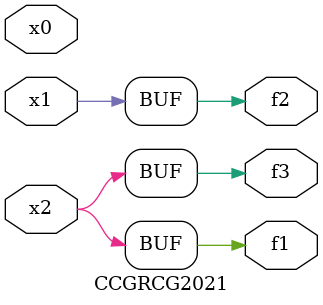
<source format=v>
module CCGRCG2021(
	input x0, x1, x2,
	output f1, f2, f3
);
	assign f1 = x2;
	assign f2 = x1;
	assign f3 = x2;
endmodule

</source>
